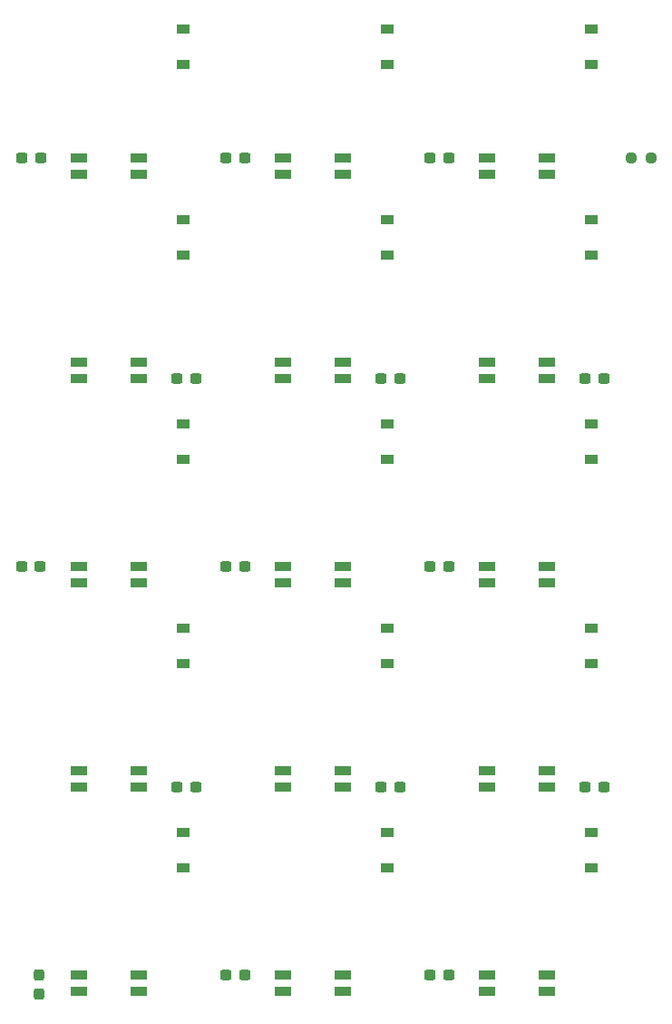
<source format=gbr>
%TF.GenerationSoftware,KiCad,Pcbnew,(6.0.9)*%
%TF.CreationDate,2022-12-04T20:59:24+01:00*%
%TF.ProjectId,FireKey,46697265-4b65-4792-9e6b-696361645f70,0.1.1*%
%TF.SameCoordinates,Original*%
%TF.FileFunction,Paste,Bot*%
%TF.FilePolarity,Positive*%
%FSLAX46Y46*%
G04 Gerber Fmt 4.6, Leading zero omitted, Abs format (unit mm)*
G04 Created by KiCad (PCBNEW (6.0.9)) date 2022-12-04 20:59:24*
%MOMM*%
%LPD*%
G01*
G04 APERTURE LIST*
G04 Aperture macros list*
%AMRoundRect*
0 Rectangle with rounded corners*
0 $1 Rounding radius*
0 $2 $3 $4 $5 $6 $7 $8 $9 X,Y pos of 4 corners*
0 Add a 4 corners polygon primitive as box body*
4,1,4,$2,$3,$4,$5,$6,$7,$8,$9,$2,$3,0*
0 Add four circle primitives for the rounded corners*
1,1,$1+$1,$2,$3*
1,1,$1+$1,$4,$5*
1,1,$1+$1,$6,$7*
1,1,$1+$1,$8,$9*
0 Add four rect primitives between the rounded corners*
20,1,$1+$1,$2,$3,$4,$5,0*
20,1,$1+$1,$4,$5,$6,$7,0*
20,1,$1+$1,$6,$7,$8,$9,0*
20,1,$1+$1,$8,$9,$2,$3,0*%
G04 Aperture macros list end*
%ADD10R,1.200000X0.900000*%
%ADD11RoundRect,0.237500X0.300000X0.237500X-0.300000X0.237500X-0.300000X-0.237500X0.300000X-0.237500X0*%
%ADD12RoundRect,0.237500X-0.237500X0.300000X-0.237500X-0.300000X0.237500X-0.300000X0.237500X0.300000X0*%
%ADD13RoundRect,0.237500X-0.300000X-0.237500X0.300000X-0.237500X0.300000X0.237500X-0.300000X0.237500X0*%
%ADD14R,1.500000X0.820000*%
%ADD15RoundRect,0.237500X-0.250000X-0.237500X0.250000X-0.237500X0.250000X0.237500X-0.250000X0.237500X0*%
G04 APERTURE END LIST*
D10*
%TO.C,D13*%
X113665000Y-128780000D03*
X113665000Y-132080000D03*
%TD*%
D11*
%TO.C,C7*%
X100303500Y-104013000D03*
X98578500Y-104013000D03*
%TD*%
D12*
%TO.C,C15*%
X62103000Y-142139500D03*
X62103000Y-143864500D03*
%TD*%
D13*
%TO.C,C5*%
X94006500Y-86487000D03*
X95731500Y-86487000D03*
%TD*%
D14*
%TO.C,LED5*%
X90430000Y-86475000D03*
X90430000Y-84975000D03*
X84830000Y-84975000D03*
X84830000Y-86475000D03*
%TD*%
D10*
%TO.C,D15*%
X75565000Y-128780000D03*
X75565000Y-132080000D03*
%TD*%
%TO.C,D11*%
X94615000Y-109730000D03*
X94615000Y-113030000D03*
%TD*%
D14*
%TO.C,LED9*%
X65780000Y-104025000D03*
X65780000Y-105525000D03*
X71380000Y-105525000D03*
X71380000Y-104025000D03*
%TD*%
D11*
%TO.C,C14*%
X81253500Y-142113000D03*
X79528500Y-142113000D03*
%TD*%
D15*
%TO.C,R1*%
X117348000Y-65913000D03*
X119173000Y-65913000D03*
%TD*%
D14*
%TO.C,LED6*%
X109480000Y-86475000D03*
X109480000Y-84975000D03*
X103880000Y-84975000D03*
X103880000Y-86475000D03*
%TD*%
%TO.C,LED1*%
X103880000Y-65925000D03*
X103880000Y-67425000D03*
X109480000Y-67425000D03*
X109480000Y-65925000D03*
%TD*%
D13*
%TO.C,C10*%
X74956500Y-124587000D03*
X76681500Y-124587000D03*
%TD*%
D11*
%TO.C,C1*%
X100303500Y-65913000D03*
X98578500Y-65913000D03*
%TD*%
D10*
%TO.C,D9*%
X75565000Y-90680000D03*
X75565000Y-93980000D03*
%TD*%
D11*
%TO.C,C2*%
X81253500Y-65913000D03*
X79528500Y-65913000D03*
%TD*%
D10*
%TO.C,D6*%
X113665000Y-71630000D03*
X113665000Y-74930000D03*
%TD*%
%TO.C,D12*%
X113665000Y-109730000D03*
X113665000Y-113030000D03*
%TD*%
D14*
%TO.C,LED3*%
X65780000Y-65925000D03*
X65780000Y-67425000D03*
X71380000Y-67425000D03*
X71380000Y-65925000D03*
%TD*%
%TO.C,LED10*%
X71380000Y-124575000D03*
X71380000Y-123075000D03*
X65780000Y-123075000D03*
X65780000Y-124575000D03*
%TD*%
D10*
%TO.C,D2*%
X94615000Y-53850000D03*
X94615000Y-57150000D03*
%TD*%
D14*
%TO.C,LED15*%
X65780000Y-142125000D03*
X65780000Y-143625000D03*
X71380000Y-143625000D03*
X71380000Y-142125000D03*
%TD*%
D11*
%TO.C,C8*%
X81253500Y-104013000D03*
X79528500Y-104013000D03*
%TD*%
D14*
%TO.C,LED12*%
X109480000Y-124575000D03*
X109480000Y-123075000D03*
X103880000Y-123075000D03*
X103880000Y-124575000D03*
%TD*%
D10*
%TO.C,D1*%
X113665000Y-53850000D03*
X113665000Y-57150000D03*
%TD*%
D11*
%TO.C,C9*%
X62177000Y-104013000D03*
X60452000Y-104013000D03*
%TD*%
D13*
%TO.C,C4*%
X74956500Y-86487000D03*
X76681500Y-86487000D03*
%TD*%
D11*
%TO.C,C13*%
X100303500Y-142113000D03*
X98578500Y-142113000D03*
%TD*%
D10*
%TO.C,D3*%
X75565000Y-53850000D03*
X75565000Y-57150000D03*
%TD*%
D13*
%TO.C,C6*%
X113056500Y-86487000D03*
X114781500Y-86487000D03*
%TD*%
D14*
%TO.C,LED11*%
X90430000Y-124575000D03*
X90430000Y-123075000D03*
X84830000Y-123075000D03*
X84830000Y-124575000D03*
%TD*%
D10*
%TO.C,D7*%
X113665000Y-90680000D03*
X113665000Y-93980000D03*
%TD*%
D14*
%TO.C,LED7*%
X103880000Y-104025000D03*
X103880000Y-105525000D03*
X109480000Y-105525000D03*
X109480000Y-104025000D03*
%TD*%
%TO.C,LED13*%
X103880000Y-142125000D03*
X103880000Y-143625000D03*
X109480000Y-143625000D03*
X109480000Y-142125000D03*
%TD*%
%TO.C,LED8*%
X84830000Y-104025000D03*
X84830000Y-105525000D03*
X90430000Y-105525000D03*
X90430000Y-104025000D03*
%TD*%
D13*
%TO.C,C11*%
X94006500Y-124587000D03*
X95731500Y-124587000D03*
%TD*%
D14*
%TO.C,LED14*%
X84830000Y-142125000D03*
X84830000Y-143625000D03*
X90430000Y-143625000D03*
X90430000Y-142125000D03*
%TD*%
D10*
%TO.C,D5*%
X94615000Y-71630000D03*
X94615000Y-74930000D03*
%TD*%
D14*
%TO.C,LED4*%
X71380000Y-86475000D03*
X71380000Y-84975000D03*
X65780000Y-84975000D03*
X65780000Y-86475000D03*
%TD*%
%TO.C,LED2*%
X84830000Y-65925000D03*
X84830000Y-67425000D03*
X90430000Y-67425000D03*
X90430000Y-65925000D03*
%TD*%
D11*
%TO.C,C3*%
X62203500Y-65913000D03*
X60478500Y-65913000D03*
%TD*%
D10*
%TO.C,D10*%
X75565000Y-109730000D03*
X75565000Y-113030000D03*
%TD*%
%TO.C,D8*%
X94615000Y-90680000D03*
X94615000Y-93980000D03*
%TD*%
%TO.C,D4*%
X75565000Y-71630000D03*
X75565000Y-74930000D03*
%TD*%
D13*
%TO.C,C12*%
X113056500Y-124587000D03*
X114781500Y-124587000D03*
%TD*%
D10*
%TO.C,D14*%
X94615000Y-128780000D03*
X94615000Y-132080000D03*
%TD*%
M02*

</source>
